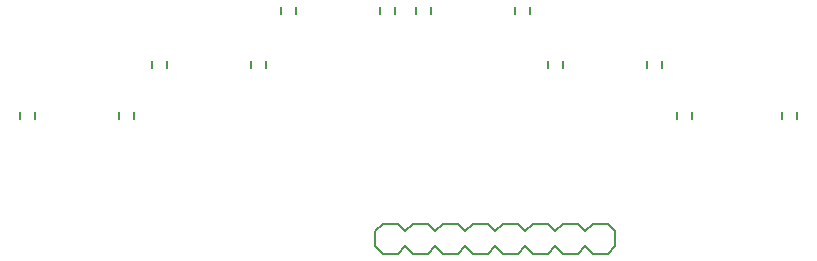
<source format=gto>
G75*
G70*
%OFA0B0*%
%FSLAX24Y24*%
%IPPOS*%
%LPD*%
%AMOC8*
5,1,8,0,0,1.08239X$1,22.5*
%
%ADD10C,0.0060*%
%ADD11C,0.0080*%
D10*
X006797Y011982D02*
X006797Y012218D01*
X007270Y012218D02*
X007270Y011982D01*
X010097Y011982D02*
X010097Y012218D01*
X010570Y012218D02*
X010570Y011982D01*
X011197Y013682D02*
X011197Y013918D01*
X011670Y013918D02*
X011670Y013682D01*
X014497Y013682D02*
X014497Y013918D01*
X014970Y013918D02*
X014970Y013682D01*
X015497Y015482D02*
X015497Y015718D01*
X015970Y015718D02*
X015970Y015482D01*
X018797Y015482D02*
X018797Y015718D01*
X019270Y015718D02*
X019270Y015482D01*
X019997Y015482D02*
X019997Y015718D01*
X020470Y015718D02*
X020470Y015482D01*
X023297Y015482D02*
X023297Y015718D01*
X023770Y015718D02*
X023770Y015482D01*
X024397Y013918D02*
X024397Y013682D01*
X024870Y013682D02*
X024870Y013918D01*
X027697Y013918D02*
X027697Y013682D01*
X028170Y013682D02*
X028170Y013918D01*
X028697Y012218D02*
X028697Y011982D01*
X029170Y011982D02*
X029170Y012218D01*
X032197Y012218D02*
X032197Y011982D01*
X032670Y011982D02*
X032670Y012218D01*
D11*
X018883Y007500D02*
X018633Y007750D01*
X018633Y008250D01*
X018883Y008500D01*
X019383Y008500D01*
X019633Y008250D01*
X019883Y008500D01*
X020383Y008500D01*
X020633Y008250D01*
X020883Y008500D01*
X021383Y008500D01*
X021633Y008250D01*
X021883Y008500D01*
X022383Y008500D01*
X022633Y008250D01*
X022883Y008500D01*
X023383Y008500D01*
X023633Y008250D01*
X023883Y008500D01*
X024383Y008500D01*
X024633Y008250D01*
X024883Y008500D01*
X025383Y008500D01*
X025633Y008250D01*
X025883Y008500D01*
X026383Y008500D01*
X026633Y008250D01*
X026633Y007750D01*
X026383Y007500D01*
X025883Y007500D01*
X025633Y007750D01*
X025383Y007500D01*
X024883Y007500D01*
X024633Y007750D01*
X024383Y007500D01*
X023883Y007500D01*
X023633Y007750D01*
X023383Y007500D01*
X022883Y007500D01*
X022633Y007750D01*
X022383Y007500D01*
X021883Y007500D01*
X021633Y007750D01*
X021383Y007500D01*
X020883Y007500D01*
X020633Y007750D01*
X020383Y007500D01*
X019883Y007500D01*
X019633Y007750D01*
X019383Y007500D01*
X018883Y007500D01*
M02*

</source>
